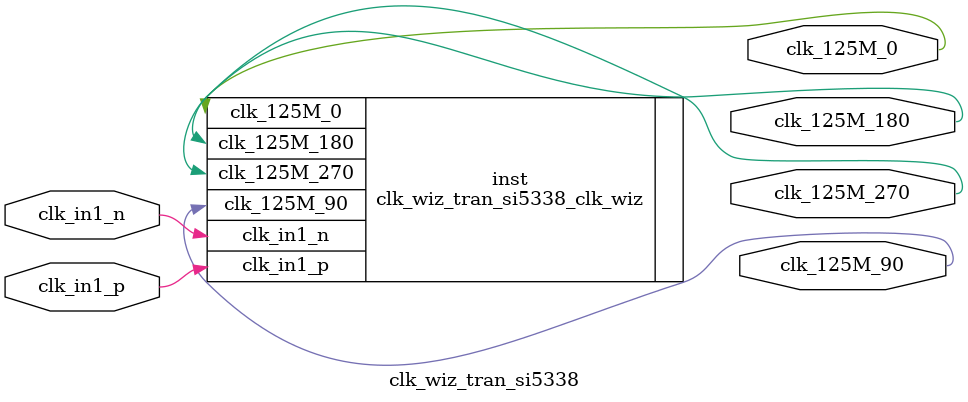
<source format=v>


`timescale 1ps/1ps

(* CORE_GENERATION_INFO = "clk_wiz_tran_si5338,clk_wiz_v6_0_2_0_0,{component_name=clk_wiz_tran_si5338,use_phase_alignment=true,use_min_o_jitter=false,use_max_i_jitter=false,use_dyn_phase_shift=false,use_inclk_switchover=false,use_dyn_reconfig=false,enable_axi=0,feedback_source=FDBK_AUTO,PRIMITIVE=MMCM,num_out_clk=4,clkin1_period=8.000,clkin2_period=10.000,use_power_down=false,use_reset=false,use_locked=false,use_inclk_stopped=false,feedback_type=SINGLE,CLOCK_MGR_TYPE=NA,manual_override=false}" *)

module clk_wiz_tran_si5338 
 (
  // Clock out ports
  output        clk_125M_0,
  output        clk_125M_90,
  output        clk_125M_180,
  output        clk_125M_270,
 // Clock in ports
  input         clk_in1_p,
  input         clk_in1_n
 );

  clk_wiz_tran_si5338_clk_wiz inst
  (
  // Clock out ports  
  .clk_125M_0(clk_125M_0),
  .clk_125M_90(clk_125M_90),
  .clk_125M_180(clk_125M_180),
  .clk_125M_270(clk_125M_270),
 // Clock in ports
  .clk_in1_p(clk_in1_p),
  .clk_in1_n(clk_in1_n)
  );

endmodule

</source>
